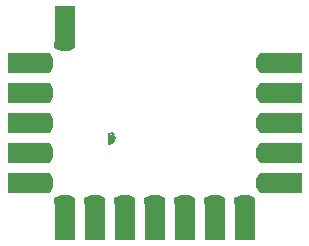
<source format=gbs>
G04 DipTrace 2.4.0.2*
%INQiUSBCharger.gbs*%
%MOMM*%
%ADD94R,2.05X1.75*%
%ADD100R,2.082X1.75*%
%ADD101R,1.65X1.75*%
%ADD102R,1.75X2.05*%
%ADD103R,1.75X1.65*%
%FSLAX53Y53*%
G04*
G71*
G90*
G75*
G01*
%LNBotMask*%
%LPD*%
D103*
X13810Y11270D3*
G36*
X14685Y12545D2*
Y12040D1*
X12935D1*
Y12545D1*
X13479Y12825D1*
X14141D1*
X14685Y12545D1*
G37*
D102*
X13810Y10000D3*
D101*
X31590Y18890D3*
Y21430D3*
D100*
X32860Y18890D3*
Y21430D3*
G36*
X30315Y22305D2*
X30820D1*
Y20555D1*
X30315D1*
X30035Y21099D1*
Y21761D1*
X30315Y22305D1*
G37*
G36*
Y19765D2*
X30815D1*
Y18015D1*
X30315D1*
X30035Y18559D1*
Y19221D1*
X30315Y19765D1*
G37*
D103*
X23970Y11270D3*
G36*
X24845Y12545D2*
Y12040D1*
X23095D1*
Y12545D1*
X23639Y12825D1*
X24301D1*
X24845Y12545D1*
G37*
D102*
X23970Y10000D3*
D103*
X16350Y11270D3*
G36*
X17225Y12545D2*
Y12040D1*
X15475D1*
Y12545D1*
X16019Y12825D1*
X16681D1*
X17225Y12545D1*
G37*
D102*
X16350Y10000D3*
D103*
X26510Y11270D3*
G36*
X27385Y12545D2*
Y12040D1*
X25635D1*
Y12545D1*
X26179Y12825D1*
X26841D1*
X27385Y12545D1*
G37*
D102*
X26510Y10000D3*
D101*
X11270Y21430D3*
G36*
X12545Y20555D2*
X12040D1*
Y22305D1*
X12545D1*
X12825Y21761D1*
Y21099D1*
X12545Y20555D1*
G37*
D94*
X10000Y21430D3*
D101*
X31590Y16350D3*
G36*
X30315Y17225D2*
X30820D1*
Y15475D1*
X30315D1*
X30035Y16019D1*
Y16681D1*
X30315Y17225D1*
G37*
D94*
X32860Y16350D3*
D103*
X21430Y11270D3*
G36*
X22305Y12545D2*
Y12040D1*
X20555D1*
Y12545D1*
X21099Y12825D1*
X21761D1*
X22305Y12545D1*
G37*
D102*
X21430Y10000D3*
D101*
X11270Y18890D3*
Y16350D3*
D100*
X10000Y18890D3*
Y16350D3*
G36*
X12545Y15475D2*
X12040D1*
Y17225D1*
X12545D1*
X12825Y16681D1*
Y16019D1*
X12545Y15475D1*
G37*
G36*
Y18015D2*
X12045D1*
Y19765D1*
X12545D1*
X12825Y19221D1*
Y18559D1*
X12545Y18015D1*
G37*
D101*
X11270Y13810D3*
G36*
X12545Y12935D2*
X12040D1*
Y14685D1*
X12545D1*
X12825Y14141D1*
Y13479D1*
X12545Y12935D1*
G37*
D94*
X10000Y13810D3*
D101*
X31590Y23970D3*
G36*
X30315Y24845D2*
X30820D1*
Y23095D1*
X30315D1*
X30035Y23639D1*
Y24301D1*
X30315Y24845D1*
G37*
D94*
X32860Y23970D3*
D101*
X11270D3*
G36*
X12545Y23095D2*
X12040D1*
Y24845D1*
X12545D1*
X12825Y24301D1*
Y23639D1*
X12545Y23095D1*
G37*
D94*
X10000Y23970D3*
D101*
X31590Y13810D3*
G36*
X30315Y14685D2*
X30820D1*
Y12935D1*
X30315D1*
X30035Y13479D1*
Y14141D1*
X30315Y14685D1*
G37*
D94*
X32860Y13810D3*
D103*
X13810Y26510D3*
G36*
X12935Y25235D2*
Y25740D1*
X14685D1*
Y25235D1*
X14141Y24955D1*
X13479D1*
X12935Y25235D1*
G37*
D102*
X13810Y27780D3*
D103*
X29050Y11270D3*
G36*
X29925Y12545D2*
Y12040D1*
X28175D1*
Y12545D1*
X28719Y12825D1*
X29381D1*
X29925Y12545D1*
G37*
D102*
X29050Y10000D3*
D103*
X18890Y11270D3*
G36*
X19765Y12545D2*
Y12040D1*
X18015D1*
Y12545D1*
X18559Y12825D1*
X19221D1*
X19765Y12545D1*
G37*
D102*
X18890Y10000D3*
G36*
X17490Y17038D2*
X17680Y17067D1*
X17828Y17127D1*
X17922Y17203D1*
X17998Y17279D1*
X18061Y17392D1*
X18087Y17457D1*
X18107Y17552D1*
X18117Y17603D1*
X18122Y17686D1*
X18099Y17751D1*
X18061Y17789D1*
X18036Y17814D1*
X18023Y17878D1*
X18028Y17903D1*
X18043Y17954D1*
X18074Y17982D1*
X17992Y18081D1*
X17916Y18030D1*
X17898D1*
X17862Y18119D1*
X17807Y18132D1*
X17706Y18142D1*
X17812Y17889D1*
Y17857D1*
X17805Y17814D1*
X17782Y17804D1*
X17731Y17824D1*
X17668Y17940D1*
X17597Y18111D1*
X17546Y18086D1*
X17492Y18022D1*
X17566Y17832D1*
X17528Y17838D1*
X17490D1*
Y17038D1*
G37*
M02*

</source>
